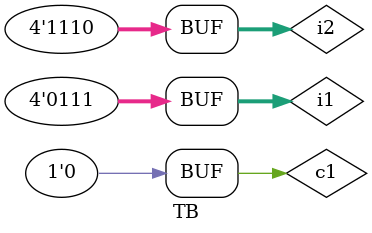
<source format=v>
module TB;
reg [3:0] i1;
reg [3:0] i2;
reg c1;
wire [3:0] o1;
wire o2;
rcadder add1(.a(i1), .b(i2),.cin(c1),.s(o1), .cout(o2));
initial
begin
$dumpfile("dump.vcd");
$dumpvars(0, TB);
end
initial
begin
i1 = 4'b0001;
i2= 4'b0010;
c1= 1'b0;
#5
i1 = 4'b0011;
i2= 4'b1010;
c1= 1'b0;
#5
i1 = 4'b1101;
i2= 4'b0110;
c1= 1'b0;
#5
i1 = 4'b0111;
i2= 4'b1110;
c1= 1'b0;
#5
i1 = 4'b0111;
i2= 4'b1110;
c1= 1'b0;
end
endmodule

</source>
